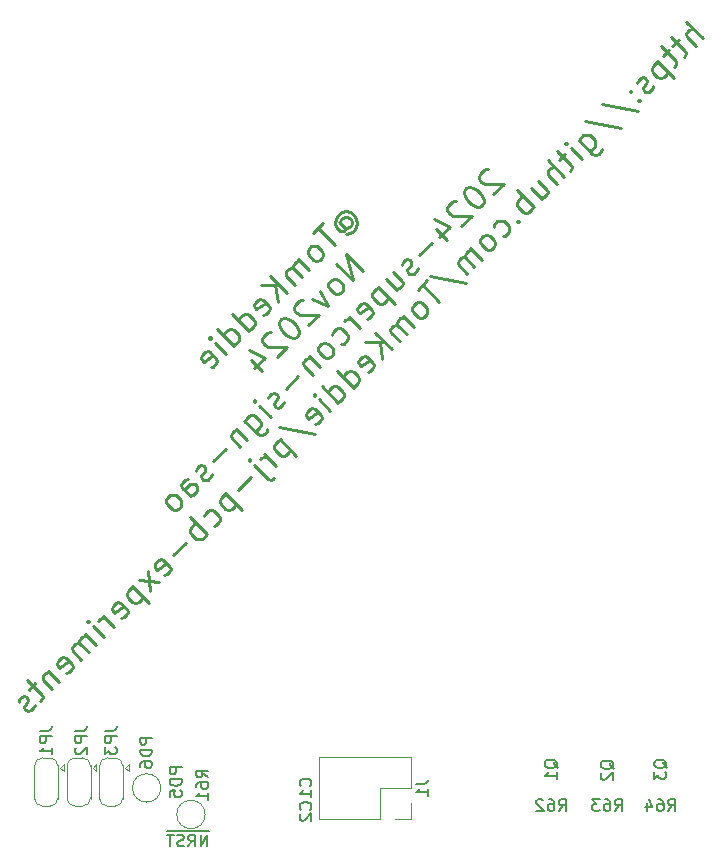
<source format=gbo>
G04 #@! TF.GenerationSoftware,KiCad,Pcbnew,8.0.5-1.fc40*
G04 #@! TF.CreationDate,2024-11-12T17:34:32-08:00*
G04 #@! TF.ProjectId,2024-supercon-sign-sao,32303234-2d73-4757-9065-72636f6e2d73,rev?*
G04 #@! TF.SameCoordinates,Original*
G04 #@! TF.FileFunction,Legend,Bot*
G04 #@! TF.FilePolarity,Positive*
%FSLAX46Y46*%
G04 Gerber Fmt 4.6, Leading zero omitted, Abs format (unit mm)*
G04 Created by KiCad (PCBNEW 8.0.5-1.fc40) date 2024-11-12 17:34:32*
%MOMM*%
%LPD*%
G01*
G04 APERTURE LIST*
%ADD10C,0.250000*%
%ADD11C,0.150000*%
%ADD12C,0.120000*%
G04 APERTURE END LIST*
D10*
X123910216Y-87202598D02*
X123910216Y-87067911D01*
X123910216Y-87067911D02*
X123977560Y-86865881D01*
X123977560Y-86865881D02*
X124112247Y-86731194D01*
X124112247Y-86731194D02*
X124314277Y-86663850D01*
X124314277Y-86663850D02*
X124448964Y-86663850D01*
X124448964Y-86663850D02*
X124650995Y-86731194D01*
X124650995Y-86731194D02*
X124785682Y-86865881D01*
X124785682Y-86865881D02*
X124853025Y-87067911D01*
X124853025Y-87067911D02*
X124853025Y-87202598D01*
X124853025Y-87202598D02*
X124785682Y-87404629D01*
X124785682Y-87404629D02*
X124650995Y-87539316D01*
X124650995Y-87539316D02*
X124448964Y-87606659D01*
X124448964Y-87606659D02*
X124314277Y-87606659D01*
X123775529Y-87067911D02*
X124314277Y-87606659D01*
X124314277Y-87606659D02*
X124314277Y-87741346D01*
X124314277Y-87741346D02*
X124246934Y-87808690D01*
X124246934Y-87808690D02*
X124044903Y-87876033D01*
X124044903Y-87876033D02*
X123842873Y-87808690D01*
X123842873Y-87808690D02*
X123506155Y-87471972D01*
X123506155Y-87471972D02*
X123438812Y-87135255D01*
X123438812Y-87135255D02*
X123506155Y-86798537D01*
X123506155Y-86798537D02*
X123708186Y-86461820D01*
X123708186Y-86461820D02*
X124044903Y-86259789D01*
X124044903Y-86259789D02*
X124381621Y-86192446D01*
X124381621Y-86192446D02*
X124718338Y-86259789D01*
X124718338Y-86259789D02*
X125055056Y-86461820D01*
X125055056Y-86461820D02*
X125257086Y-86798537D01*
X125257086Y-86798537D02*
X125324430Y-87135255D01*
X125324430Y-87135255D02*
X125257086Y-87471972D01*
X125257086Y-87471972D02*
X125055056Y-87808690D01*
X125055056Y-87808690D02*
X124718338Y-88010720D01*
X124718338Y-88010720D02*
X124381621Y-88078064D01*
X122428659Y-87202599D02*
X121620537Y-88010721D01*
X123438811Y-89020873D02*
X122024598Y-87606660D01*
X122361315Y-90098369D02*
X122428658Y-89896339D01*
X122428658Y-89896339D02*
X122428658Y-89761652D01*
X122428658Y-89761652D02*
X122361315Y-89559621D01*
X122361315Y-89559621D02*
X121957254Y-89155560D01*
X121957254Y-89155560D02*
X121755223Y-89088217D01*
X121755223Y-89088217D02*
X121620536Y-89088217D01*
X121620536Y-89088217D02*
X121418506Y-89155560D01*
X121418506Y-89155560D02*
X121216475Y-89357591D01*
X121216475Y-89357591D02*
X121149132Y-89559621D01*
X121149132Y-89559621D02*
X121149132Y-89694308D01*
X121149132Y-89694308D02*
X121216475Y-89896339D01*
X121216475Y-89896339D02*
X121620536Y-90300400D01*
X121620536Y-90300400D02*
X121822567Y-90367744D01*
X121822567Y-90367744D02*
X121957254Y-90367744D01*
X121957254Y-90367744D02*
X122159284Y-90300400D01*
X122159284Y-90300400D02*
X122361315Y-90098369D01*
X121283819Y-91175866D02*
X120341010Y-90233057D01*
X120475697Y-90367744D02*
X120341010Y-90367744D01*
X120341010Y-90367744D02*
X120138979Y-90435087D01*
X120138979Y-90435087D02*
X119936949Y-90637118D01*
X119936949Y-90637118D02*
X119869605Y-90839148D01*
X119869605Y-90839148D02*
X119936949Y-91041179D01*
X119936949Y-91041179D02*
X120677727Y-91781957D01*
X119936949Y-91041179D02*
X119734918Y-90973835D01*
X119734918Y-90973835D02*
X119532888Y-91041179D01*
X119532888Y-91041179D02*
X119330857Y-91243209D01*
X119330857Y-91243209D02*
X119263514Y-91445240D01*
X119263514Y-91445240D02*
X119330857Y-91647270D01*
X119330857Y-91647270D02*
X120071636Y-92388049D01*
X119398200Y-93061484D02*
X117983987Y-91647270D01*
X118590078Y-93869606D02*
X118388048Y-92455392D01*
X117175865Y-92455392D02*
X118792109Y-92455392D01*
X117377895Y-94947102D02*
X117579926Y-94879759D01*
X117579926Y-94879759D02*
X117849300Y-94610385D01*
X117849300Y-94610385D02*
X117916643Y-94408354D01*
X117916643Y-94408354D02*
X117849300Y-94206324D01*
X117849300Y-94206324D02*
X117310552Y-93667576D01*
X117310552Y-93667576D02*
X117108521Y-93600232D01*
X117108521Y-93600232D02*
X116906491Y-93667576D01*
X116906491Y-93667576D02*
X116637117Y-93936950D01*
X116637117Y-93936950D02*
X116569773Y-94138980D01*
X116569773Y-94138980D02*
X116637117Y-94341011D01*
X116637117Y-94341011D02*
X116771804Y-94475698D01*
X116771804Y-94475698D02*
X117579926Y-93936950D01*
X116165712Y-96293972D02*
X114751499Y-94879759D01*
X116098369Y-96226629D02*
X116300399Y-96159285D01*
X116300399Y-96159285D02*
X116569773Y-95889911D01*
X116569773Y-95889911D02*
X116637117Y-95687881D01*
X116637117Y-95687881D02*
X116637117Y-95553194D01*
X116637117Y-95553194D02*
X116569773Y-95351163D01*
X116569773Y-95351163D02*
X116165712Y-94947102D01*
X116165712Y-94947102D02*
X115963682Y-94879759D01*
X115963682Y-94879759D02*
X115828995Y-94879759D01*
X115828995Y-94879759D02*
X115626964Y-94947102D01*
X115626964Y-94947102D02*
X115357590Y-95216476D01*
X115357590Y-95216476D02*
X115290247Y-95418507D01*
X114886185Y-97573499D02*
X113471972Y-96159285D01*
X114818842Y-97506156D02*
X115020872Y-97438812D01*
X115020872Y-97438812D02*
X115290246Y-97169438D01*
X115290246Y-97169438D02*
X115357590Y-96967407D01*
X115357590Y-96967407D02*
X115357590Y-96832720D01*
X115357590Y-96832720D02*
X115290246Y-96630690D01*
X115290246Y-96630690D02*
X114886185Y-96226629D01*
X114886185Y-96226629D02*
X114684155Y-96159285D01*
X114684155Y-96159285D02*
X114549468Y-96159285D01*
X114549468Y-96159285D02*
X114347437Y-96226629D01*
X114347437Y-96226629D02*
X114078063Y-96496003D01*
X114078063Y-96496003D02*
X114010720Y-96698033D01*
X114212750Y-98246934D02*
X113269941Y-97304125D01*
X112798537Y-96832721D02*
X112933224Y-96832721D01*
X112933224Y-96832721D02*
X112933224Y-96967408D01*
X112933224Y-96967408D02*
X112798537Y-96967408D01*
X112798537Y-96967408D02*
X112798537Y-96832721D01*
X112798537Y-96832721D02*
X112933224Y-96967408D01*
X112933224Y-99391774D02*
X113135254Y-99324430D01*
X113135254Y-99324430D02*
X113404628Y-99055056D01*
X113404628Y-99055056D02*
X113471972Y-98853026D01*
X113471972Y-98853026D02*
X113404628Y-98650995D01*
X113404628Y-98650995D02*
X112865880Y-98112247D01*
X112865880Y-98112247D02*
X112663850Y-98044904D01*
X112663850Y-98044904D02*
X112461819Y-98112247D01*
X112461819Y-98112247D02*
X112192445Y-98381621D01*
X112192445Y-98381621D02*
X112125102Y-98583652D01*
X112125102Y-98583652D02*
X112192445Y-98785682D01*
X112192445Y-98785682D02*
X112327132Y-98920369D01*
X112327132Y-98920369D02*
X113135254Y-98381621D01*
X125782960Y-91230334D02*
X124368746Y-89816121D01*
X124368746Y-89816121D02*
X124974838Y-92038457D01*
X124974838Y-92038457D02*
X123560624Y-90624243D01*
X124099373Y-92913922D02*
X124166716Y-92711891D01*
X124166716Y-92711891D02*
X124166716Y-92577204D01*
X124166716Y-92577204D02*
X124099373Y-92375174D01*
X124099373Y-92375174D02*
X123695311Y-91971113D01*
X123695311Y-91971113D02*
X123493281Y-91903769D01*
X123493281Y-91903769D02*
X123358594Y-91903769D01*
X123358594Y-91903769D02*
X123156563Y-91971113D01*
X123156563Y-91971113D02*
X122954533Y-92173143D01*
X122954533Y-92173143D02*
X122887189Y-92375174D01*
X122887189Y-92375174D02*
X122887189Y-92509861D01*
X122887189Y-92509861D02*
X122954533Y-92711891D01*
X122954533Y-92711891D02*
X123358594Y-93115952D01*
X123358594Y-93115952D02*
X123560624Y-93183296D01*
X123560624Y-93183296D02*
X123695311Y-93183296D01*
X123695311Y-93183296D02*
X123897342Y-93115952D01*
X123897342Y-93115952D02*
X124099373Y-92913922D01*
X122213754Y-92913922D02*
X122819846Y-94193449D01*
X122819846Y-94193449D02*
X121540319Y-93587357D01*
X120732197Y-93722044D02*
X120597510Y-93722044D01*
X120597510Y-93722044D02*
X120395479Y-93789388D01*
X120395479Y-93789388D02*
X120058762Y-94126105D01*
X120058762Y-94126105D02*
X119991418Y-94328136D01*
X119991418Y-94328136D02*
X119991418Y-94462823D01*
X119991418Y-94462823D02*
X120058762Y-94664854D01*
X120058762Y-94664854D02*
X120193449Y-94799541D01*
X120193449Y-94799541D02*
X120462823Y-94934228D01*
X120462823Y-94934228D02*
X122079067Y-94934228D01*
X122079067Y-94934228D02*
X121203601Y-95809693D01*
X118913922Y-95270945D02*
X118779235Y-95405632D01*
X118779235Y-95405632D02*
X118711892Y-95607663D01*
X118711892Y-95607663D02*
X118711892Y-95742350D01*
X118711892Y-95742350D02*
X118779235Y-95944380D01*
X118779235Y-95944380D02*
X118981266Y-96281098D01*
X118981266Y-96281098D02*
X119317983Y-96617815D01*
X119317983Y-96617815D02*
X119654701Y-96819846D01*
X119654701Y-96819846D02*
X119856731Y-96887189D01*
X119856731Y-96887189D02*
X119991418Y-96887189D01*
X119991418Y-96887189D02*
X120193449Y-96819846D01*
X120193449Y-96819846D02*
X120328136Y-96685159D01*
X120328136Y-96685159D02*
X120395479Y-96483128D01*
X120395479Y-96483128D02*
X120395479Y-96348441D01*
X120395479Y-96348441D02*
X120328136Y-96146411D01*
X120328136Y-96146411D02*
X120126105Y-95809693D01*
X120126105Y-95809693D02*
X119789388Y-95472976D01*
X119789388Y-95472976D02*
X119452670Y-95270945D01*
X119452670Y-95270945D02*
X119250640Y-95203602D01*
X119250640Y-95203602D02*
X119115953Y-95203602D01*
X119115953Y-95203602D02*
X118913922Y-95270945D01*
X118038457Y-96415785D02*
X117903770Y-96415785D01*
X117903770Y-96415785D02*
X117701739Y-96483128D01*
X117701739Y-96483128D02*
X117365022Y-96819846D01*
X117365022Y-96819846D02*
X117297678Y-97021876D01*
X117297678Y-97021876D02*
X117297678Y-97156563D01*
X117297678Y-97156563D02*
X117365022Y-97358594D01*
X117365022Y-97358594D02*
X117499709Y-97493281D01*
X117499709Y-97493281D02*
X117769083Y-97627968D01*
X117769083Y-97627968D02*
X119385327Y-97627968D01*
X119385327Y-97627968D02*
X118509861Y-98503433D01*
X116354869Y-98772807D02*
X117297678Y-99715616D01*
X116152838Y-97897342D02*
X117499709Y-98570777D01*
X117499709Y-98570777D02*
X116624243Y-99446242D01*
X136376688Y-82631163D02*
X136242001Y-82631163D01*
X136242001Y-82631163D02*
X136039970Y-82698507D01*
X136039970Y-82698507D02*
X135703253Y-83035224D01*
X135703253Y-83035224D02*
X135635909Y-83237255D01*
X135635909Y-83237255D02*
X135635909Y-83371942D01*
X135635909Y-83371942D02*
X135703253Y-83573972D01*
X135703253Y-83573972D02*
X135837940Y-83708659D01*
X135837940Y-83708659D02*
X136107314Y-83843346D01*
X136107314Y-83843346D02*
X137723558Y-83843346D01*
X137723558Y-83843346D02*
X136848093Y-84718812D01*
X134558413Y-84180064D02*
X134423726Y-84314751D01*
X134423726Y-84314751D02*
X134356383Y-84516782D01*
X134356383Y-84516782D02*
X134356383Y-84651469D01*
X134356383Y-84651469D02*
X134423726Y-84853499D01*
X134423726Y-84853499D02*
X134625757Y-85190217D01*
X134625757Y-85190217D02*
X134962474Y-85526934D01*
X134962474Y-85526934D02*
X135299192Y-85728965D01*
X135299192Y-85728965D02*
X135501222Y-85796308D01*
X135501222Y-85796308D02*
X135635909Y-85796308D01*
X135635909Y-85796308D02*
X135837940Y-85728965D01*
X135837940Y-85728965D02*
X135972627Y-85594278D01*
X135972627Y-85594278D02*
X136039970Y-85392247D01*
X136039970Y-85392247D02*
X136039970Y-85257560D01*
X136039970Y-85257560D02*
X135972627Y-85055530D01*
X135972627Y-85055530D02*
X135770596Y-84718812D01*
X135770596Y-84718812D02*
X135433879Y-84382095D01*
X135433879Y-84382095D02*
X135097161Y-84180064D01*
X135097161Y-84180064D02*
X134895131Y-84112721D01*
X134895131Y-84112721D02*
X134760444Y-84112721D01*
X134760444Y-84112721D02*
X134558413Y-84180064D01*
X133682948Y-85324904D02*
X133548261Y-85324904D01*
X133548261Y-85324904D02*
X133346230Y-85392247D01*
X133346230Y-85392247D02*
X133009513Y-85728965D01*
X133009513Y-85728965D02*
X132942169Y-85930995D01*
X132942169Y-85930995D02*
X132942169Y-86065682D01*
X132942169Y-86065682D02*
X133009513Y-86267713D01*
X133009513Y-86267713D02*
X133144200Y-86402400D01*
X133144200Y-86402400D02*
X133413574Y-86537087D01*
X133413574Y-86537087D02*
X135029818Y-86537087D01*
X135029818Y-86537087D02*
X134154352Y-87412552D01*
X131999360Y-87681926D02*
X132942169Y-88624735D01*
X131797330Y-86806461D02*
X133144200Y-87479896D01*
X133144200Y-87479896D02*
X132268734Y-88355361D01*
X131662643Y-88826766D02*
X130585146Y-89904262D01*
X130450460Y-90981758D02*
X130383116Y-91183788D01*
X130383116Y-91183788D02*
X130113742Y-91453162D01*
X130113742Y-91453162D02*
X129911712Y-91520506D01*
X129911712Y-91520506D02*
X129709681Y-91453162D01*
X129709681Y-91453162D02*
X129642338Y-91385819D01*
X129642338Y-91385819D02*
X129574994Y-91183788D01*
X129574994Y-91183788D02*
X129642338Y-90981758D01*
X129642338Y-90981758D02*
X129844368Y-90779727D01*
X129844368Y-90779727D02*
X129911712Y-90577697D01*
X129911712Y-90577697D02*
X129844368Y-90375666D01*
X129844368Y-90375666D02*
X129777025Y-90308323D01*
X129777025Y-90308323D02*
X129574994Y-90240979D01*
X129574994Y-90240979D02*
X129372964Y-90308323D01*
X129372964Y-90308323D02*
X129170933Y-90510353D01*
X129170933Y-90510353D02*
X129103590Y-90712384D01*
X127756719Y-91924567D02*
X128699528Y-92867376D01*
X128362811Y-91318475D02*
X129103589Y-92059254D01*
X129103589Y-92059254D02*
X129170933Y-92261284D01*
X129170933Y-92261284D02*
X129103589Y-92463315D01*
X129103589Y-92463315D02*
X128901559Y-92665346D01*
X128901559Y-92665346D02*
X128699528Y-92732689D01*
X128699528Y-92732689D02*
X128564841Y-92732689D01*
X127083284Y-92598002D02*
X128497498Y-94012216D01*
X127150628Y-92665346D02*
X126948597Y-92732689D01*
X126948597Y-92732689D02*
X126679223Y-93002063D01*
X126679223Y-93002063D02*
X126611880Y-93204094D01*
X126611880Y-93204094D02*
X126611880Y-93338781D01*
X126611880Y-93338781D02*
X126679223Y-93540811D01*
X126679223Y-93540811D02*
X127083284Y-93944872D01*
X127083284Y-93944872D02*
X127285315Y-94012216D01*
X127285315Y-94012216D02*
X127420002Y-94012216D01*
X127420002Y-94012216D02*
X127622032Y-93944872D01*
X127622032Y-93944872D02*
X127891406Y-93675498D01*
X127891406Y-93675498D02*
X127958750Y-93473468D01*
X126140475Y-95291742D02*
X126342506Y-95224399D01*
X126342506Y-95224399D02*
X126611880Y-94955025D01*
X126611880Y-94955025D02*
X126679223Y-94752994D01*
X126679223Y-94752994D02*
X126611880Y-94550964D01*
X126611880Y-94550964D02*
X126073132Y-94012216D01*
X126073132Y-94012216D02*
X125871101Y-93944872D01*
X125871101Y-93944872D02*
X125669071Y-94012216D01*
X125669071Y-94012216D02*
X125399697Y-94281590D01*
X125399697Y-94281590D02*
X125332353Y-94483620D01*
X125332353Y-94483620D02*
X125399697Y-94685651D01*
X125399697Y-94685651D02*
X125534384Y-94820338D01*
X125534384Y-94820338D02*
X126342506Y-94281590D01*
X125534383Y-96032521D02*
X124591574Y-95089712D01*
X124860948Y-95359086D02*
X124658918Y-95291743D01*
X124658918Y-95291743D02*
X124524231Y-95291743D01*
X124524231Y-95291743D02*
X124322200Y-95359086D01*
X124322200Y-95359086D02*
X124187513Y-95493773D01*
X123985483Y-97446735D02*
X124187513Y-97379391D01*
X124187513Y-97379391D02*
X124456887Y-97110017D01*
X124456887Y-97110017D02*
X124524231Y-96907987D01*
X124524231Y-96907987D02*
X124524231Y-96773299D01*
X124524231Y-96773299D02*
X124456887Y-96571269D01*
X124456887Y-96571269D02*
X124052826Y-96167208D01*
X124052826Y-96167208D02*
X123850796Y-96099864D01*
X123850796Y-96099864D02*
X123716109Y-96099864D01*
X123716109Y-96099864D02*
X123514078Y-96167208D01*
X123514078Y-96167208D02*
X123244704Y-96436582D01*
X123244704Y-96436582D02*
X123177361Y-96638612D01*
X123244704Y-98322200D02*
X123312048Y-98120170D01*
X123312048Y-98120170D02*
X123312048Y-97985483D01*
X123312048Y-97985483D02*
X123244704Y-97783452D01*
X123244704Y-97783452D02*
X122840643Y-97379391D01*
X122840643Y-97379391D02*
X122638613Y-97312048D01*
X122638613Y-97312048D02*
X122503926Y-97312048D01*
X122503926Y-97312048D02*
X122301895Y-97379391D01*
X122301895Y-97379391D02*
X122099865Y-97581422D01*
X122099865Y-97581422D02*
X122032521Y-97783452D01*
X122032521Y-97783452D02*
X122032521Y-97918139D01*
X122032521Y-97918139D02*
X122099865Y-98120170D01*
X122099865Y-98120170D02*
X122503926Y-98524231D01*
X122503926Y-98524231D02*
X122705956Y-98591574D01*
X122705956Y-98591574D02*
X122840643Y-98591574D01*
X122840643Y-98591574D02*
X123042674Y-98524231D01*
X123042674Y-98524231D02*
X123244704Y-98322200D01*
X121224399Y-98456887D02*
X122167208Y-99399696D01*
X121359086Y-98591574D02*
X121224399Y-98591574D01*
X121224399Y-98591574D02*
X121022368Y-98658918D01*
X121022368Y-98658918D02*
X120820338Y-98860948D01*
X120820338Y-98860948D02*
X120752994Y-99062979D01*
X120752994Y-99062979D02*
X120820338Y-99265009D01*
X120820338Y-99265009D02*
X121561117Y-100005788D01*
X120348933Y-100140475D02*
X119271437Y-101217971D01*
X119136751Y-102295467D02*
X119069407Y-102497497D01*
X119069407Y-102497497D02*
X118800033Y-102766871D01*
X118800033Y-102766871D02*
X118598003Y-102834215D01*
X118598003Y-102834215D02*
X118395972Y-102766871D01*
X118395972Y-102766871D02*
X118328629Y-102699528D01*
X118328629Y-102699528D02*
X118261285Y-102497497D01*
X118261285Y-102497497D02*
X118328629Y-102295467D01*
X118328629Y-102295467D02*
X118530659Y-102093436D01*
X118530659Y-102093436D02*
X118598003Y-101891406D01*
X118598003Y-101891406D02*
X118530659Y-101689375D01*
X118530659Y-101689375D02*
X118463316Y-101622032D01*
X118463316Y-101622032D02*
X118261285Y-101554688D01*
X118261285Y-101554688D02*
X118059255Y-101622032D01*
X118059255Y-101622032D02*
X117857224Y-101824062D01*
X117857224Y-101824062D02*
X117789881Y-102026093D01*
X117991911Y-103574994D02*
X117049102Y-102632185D01*
X116577697Y-102160780D02*
X116712384Y-102160780D01*
X116712384Y-102160780D02*
X116712384Y-102295467D01*
X116712384Y-102295467D02*
X116577697Y-102295467D01*
X116577697Y-102295467D02*
X116577697Y-102160780D01*
X116577697Y-102160780D02*
X116712384Y-102295467D01*
X115769575Y-103911711D02*
X116914415Y-105056551D01*
X116914415Y-105056551D02*
X117116445Y-105123894D01*
X117116445Y-105123894D02*
X117251132Y-105123894D01*
X117251132Y-105123894D02*
X117453163Y-105056551D01*
X117453163Y-105056551D02*
X117655193Y-104854520D01*
X117655193Y-104854520D02*
X117722537Y-104652490D01*
X116645041Y-104787177D02*
X116847071Y-104719833D01*
X116847071Y-104719833D02*
X117116445Y-104450459D01*
X117116445Y-104450459D02*
X117183789Y-104248429D01*
X117183789Y-104248429D02*
X117183789Y-104113742D01*
X117183789Y-104113742D02*
X117116445Y-103911711D01*
X117116445Y-103911711D02*
X116712384Y-103507650D01*
X116712384Y-103507650D02*
X116510354Y-103440307D01*
X116510354Y-103440307D02*
X116375667Y-103440307D01*
X116375667Y-103440307D02*
X116173636Y-103507650D01*
X116173636Y-103507650D02*
X115904262Y-103777024D01*
X115904262Y-103777024D02*
X115836919Y-103979055D01*
X115096140Y-104585146D02*
X116038949Y-105527955D01*
X115230827Y-104719833D02*
X115096140Y-104719833D01*
X115096140Y-104719833D02*
X114894109Y-104787177D01*
X114894109Y-104787177D02*
X114692079Y-104989207D01*
X114692079Y-104989207D02*
X114624735Y-105191238D01*
X114624735Y-105191238D02*
X114692079Y-105393268D01*
X114692079Y-105393268D02*
X115432858Y-106134047D01*
X114220674Y-106268734D02*
X113143178Y-107346230D01*
X113008492Y-108423726D02*
X112941148Y-108625756D01*
X112941148Y-108625756D02*
X112671774Y-108895130D01*
X112671774Y-108895130D02*
X112469744Y-108962474D01*
X112469744Y-108962474D02*
X112267713Y-108895130D01*
X112267713Y-108895130D02*
X112200370Y-108827787D01*
X112200370Y-108827787D02*
X112133026Y-108625756D01*
X112133026Y-108625756D02*
X112200370Y-108423726D01*
X112200370Y-108423726D02*
X112402400Y-108221695D01*
X112402400Y-108221695D02*
X112469744Y-108019665D01*
X112469744Y-108019665D02*
X112402400Y-107817634D01*
X112402400Y-107817634D02*
X112335057Y-107750291D01*
X112335057Y-107750291D02*
X112133026Y-107682947D01*
X112133026Y-107682947D02*
X111930996Y-107750291D01*
X111930996Y-107750291D02*
X111728965Y-107952321D01*
X111728965Y-107952321D02*
X111661622Y-108154352D01*
X111257560Y-110309344D02*
X110516782Y-109568566D01*
X110516782Y-109568566D02*
X110449438Y-109366535D01*
X110449438Y-109366535D02*
X110516782Y-109164505D01*
X110516782Y-109164505D02*
X110786156Y-108895131D01*
X110786156Y-108895131D02*
X110988186Y-108827787D01*
X111190217Y-110242001D02*
X111392247Y-110174657D01*
X111392247Y-110174657D02*
X111728965Y-109837940D01*
X111728965Y-109837940D02*
X111796308Y-109635909D01*
X111796308Y-109635909D02*
X111728965Y-109433879D01*
X111728965Y-109433879D02*
X111594278Y-109299192D01*
X111594278Y-109299192D02*
X111392247Y-109231848D01*
X111392247Y-109231848D02*
X111190217Y-109299192D01*
X111190217Y-109299192D02*
X110853499Y-109635909D01*
X110853499Y-109635909D02*
X110651469Y-109703253D01*
X110382095Y-111184810D02*
X110449438Y-110982779D01*
X110449438Y-110982779D02*
X110449438Y-110848092D01*
X110449438Y-110848092D02*
X110382095Y-110646062D01*
X110382095Y-110646062D02*
X109978034Y-110242001D01*
X109978034Y-110242001D02*
X109776003Y-110174657D01*
X109776003Y-110174657D02*
X109641316Y-110174657D01*
X109641316Y-110174657D02*
X109439286Y-110242001D01*
X109439286Y-110242001D02*
X109237255Y-110444031D01*
X109237255Y-110444031D02*
X109169912Y-110646062D01*
X109169912Y-110646062D02*
X109169912Y-110780749D01*
X109169912Y-110780749D02*
X109237255Y-110982779D01*
X109237255Y-110982779D02*
X109641316Y-111386840D01*
X109641316Y-111386840D02*
X109843347Y-111454184D01*
X109843347Y-111454184D02*
X109978034Y-111454184D01*
X109978034Y-111454184D02*
X110180064Y-111386840D01*
X110180064Y-111386840D02*
X110382095Y-111184810D01*
X154580232Y-71540282D02*
X153166019Y-70126069D01*
X153974141Y-72146374D02*
X153233362Y-71405595D01*
X153233362Y-71405595D02*
X153166019Y-71203565D01*
X153166019Y-71203565D02*
X153233362Y-71001534D01*
X153233362Y-71001534D02*
X153435393Y-70799504D01*
X153435393Y-70799504D02*
X153637423Y-70732160D01*
X153637423Y-70732160D02*
X153772110Y-70732160D01*
X152559927Y-71674969D02*
X152021179Y-72213717D01*
X151886492Y-71405595D02*
X153098675Y-72617778D01*
X153098675Y-72617778D02*
X153166019Y-72819809D01*
X153166019Y-72819809D02*
X153098675Y-73021839D01*
X153098675Y-73021839D02*
X152963988Y-73156526D01*
X151751805Y-72483091D02*
X151213057Y-73021839D01*
X151078370Y-72213717D02*
X152290553Y-73425900D01*
X152290553Y-73425900D02*
X152357897Y-73627931D01*
X152357897Y-73627931D02*
X152290553Y-73829961D01*
X152290553Y-73829961D02*
X152155866Y-73964648D01*
X150741653Y-73493244D02*
X152155866Y-74907457D01*
X150808996Y-73560587D02*
X150606966Y-73627931D01*
X150606966Y-73627931D02*
X150337592Y-73897305D01*
X150337592Y-73897305D02*
X150270248Y-74099335D01*
X150270248Y-74099335D02*
X150270248Y-74234022D01*
X150270248Y-74234022D02*
X150337592Y-74436053D01*
X150337592Y-74436053D02*
X150741653Y-74840114D01*
X150741653Y-74840114D02*
X150943683Y-74907457D01*
X150943683Y-74907457D02*
X151078370Y-74907457D01*
X151078370Y-74907457D02*
X151280401Y-74840114D01*
X151280401Y-74840114D02*
X151549775Y-74570740D01*
X151549775Y-74570740D02*
X151617118Y-74368709D01*
X150404935Y-75580892D02*
X150337592Y-75782923D01*
X150337592Y-75782923D02*
X150068218Y-76052297D01*
X150068218Y-76052297D02*
X149866187Y-76119640D01*
X149866187Y-76119640D02*
X149664157Y-76052297D01*
X149664157Y-76052297D02*
X149596813Y-75984953D01*
X149596813Y-75984953D02*
X149529470Y-75782923D01*
X149529470Y-75782923D02*
X149596813Y-75580892D01*
X149596813Y-75580892D02*
X149798844Y-75378862D01*
X149798844Y-75378862D02*
X149866187Y-75176831D01*
X149866187Y-75176831D02*
X149798844Y-74974801D01*
X149798844Y-74974801D02*
X149731500Y-74907457D01*
X149731500Y-74907457D02*
X149529470Y-74840114D01*
X149529470Y-74840114D02*
X149327439Y-74907457D01*
X149327439Y-74907457D02*
X149125408Y-75109488D01*
X149125408Y-75109488D02*
X149058065Y-75311518D01*
X149125408Y-76725732D02*
X149125408Y-76860419D01*
X149125408Y-76860419D02*
X149260095Y-76860419D01*
X149260095Y-76860419D02*
X149260095Y-76725732D01*
X149260095Y-76725732D02*
X149125408Y-76725732D01*
X149125408Y-76725732D02*
X149260095Y-76860419D01*
X148384630Y-75984954D02*
X148384630Y-76119641D01*
X148384630Y-76119641D02*
X148519317Y-76119641D01*
X148519317Y-76119641D02*
X148519317Y-75984954D01*
X148519317Y-75984954D02*
X148384630Y-75984954D01*
X148384630Y-75984954D02*
X148519317Y-76119641D01*
X146094951Y-77062450D02*
X149125408Y-77668541D01*
X144613394Y-78544007D02*
X147643851Y-79150098D01*
X144074646Y-80160251D02*
X145219485Y-81305090D01*
X145219485Y-81305090D02*
X145421516Y-81372434D01*
X145421516Y-81372434D02*
X145556203Y-81372434D01*
X145556203Y-81372434D02*
X145758233Y-81305090D01*
X145758233Y-81305090D02*
X145960264Y-81103060D01*
X145960264Y-81103060D02*
X146027607Y-80901029D01*
X144950111Y-81035716D02*
X145152142Y-80968373D01*
X145152142Y-80968373D02*
X145421516Y-80698999D01*
X145421516Y-80698999D02*
X145488859Y-80496968D01*
X145488859Y-80496968D02*
X145488859Y-80362281D01*
X145488859Y-80362281D02*
X145421516Y-80160251D01*
X145421516Y-80160251D02*
X145017455Y-79756190D01*
X145017455Y-79756190D02*
X144815424Y-79688846D01*
X144815424Y-79688846D02*
X144680737Y-79688846D01*
X144680737Y-79688846D02*
X144478707Y-79756190D01*
X144478707Y-79756190D02*
X144209333Y-80025564D01*
X144209333Y-80025564D02*
X144141989Y-80227594D01*
X144344019Y-81776495D02*
X143401210Y-80833686D01*
X142929806Y-80362281D02*
X143064493Y-80362281D01*
X143064493Y-80362281D02*
X143064493Y-80496968D01*
X143064493Y-80496968D02*
X142929806Y-80496968D01*
X142929806Y-80496968D02*
X142929806Y-80362281D01*
X142929806Y-80362281D02*
X143064493Y-80496968D01*
X142929806Y-81305091D02*
X142391058Y-81843839D01*
X142256371Y-81035717D02*
X143468554Y-82247900D01*
X143468554Y-82247900D02*
X143535897Y-82449930D01*
X143535897Y-82449930D02*
X143468554Y-82651961D01*
X143468554Y-82651961D02*
X143333867Y-82786648D01*
X142862462Y-83258052D02*
X141448249Y-81843838D01*
X142256371Y-83864144D02*
X141515592Y-83123365D01*
X141515592Y-83123365D02*
X141448249Y-82921334D01*
X141448249Y-82921334D02*
X141515592Y-82719304D01*
X141515592Y-82719304D02*
X141717623Y-82517273D01*
X141717623Y-82517273D02*
X141919653Y-82449930D01*
X141919653Y-82449930D02*
X142054340Y-82449930D01*
X140034035Y-84200861D02*
X140976844Y-85143670D01*
X140640127Y-83594770D02*
X141380905Y-84335548D01*
X141380905Y-84335548D02*
X141448249Y-84537579D01*
X141448249Y-84537579D02*
X141380905Y-84739609D01*
X141380905Y-84739609D02*
X141178875Y-84941640D01*
X141178875Y-84941640D02*
X140976844Y-85008983D01*
X140976844Y-85008983D02*
X140842157Y-85008983D01*
X140303409Y-85817105D02*
X138889196Y-84402892D01*
X139427944Y-84941640D02*
X139225913Y-85008983D01*
X139225913Y-85008983D02*
X138956539Y-85278357D01*
X138956539Y-85278357D02*
X138889196Y-85480388D01*
X138889196Y-85480388D02*
X138889196Y-85615075D01*
X138889196Y-85615075D02*
X138956539Y-85817105D01*
X138956539Y-85817105D02*
X139360600Y-86221166D01*
X139360600Y-86221166D02*
X139562631Y-86288510D01*
X139562631Y-86288510D02*
X139697318Y-86288510D01*
X139697318Y-86288510D02*
X139899348Y-86221166D01*
X139899348Y-86221166D02*
X140168722Y-85951792D01*
X140168722Y-85951792D02*
X140236066Y-85749762D01*
X138889195Y-86961945D02*
X138889195Y-87096632D01*
X138889195Y-87096632D02*
X139023882Y-87096632D01*
X139023882Y-87096632D02*
X139023882Y-86961945D01*
X139023882Y-86961945D02*
X138889195Y-86961945D01*
X138889195Y-86961945D02*
X139023882Y-87096632D01*
X137677012Y-88308815D02*
X137879043Y-88241472D01*
X137879043Y-88241472D02*
X138148417Y-87972098D01*
X138148417Y-87972098D02*
X138215760Y-87770067D01*
X138215760Y-87770067D02*
X138215760Y-87635380D01*
X138215760Y-87635380D02*
X138148417Y-87433350D01*
X138148417Y-87433350D02*
X137744356Y-87029289D01*
X137744356Y-87029289D02*
X137542325Y-86961945D01*
X137542325Y-86961945D02*
X137407638Y-86961945D01*
X137407638Y-86961945D02*
X137205608Y-87029289D01*
X137205608Y-87029289D02*
X136936234Y-87298663D01*
X136936234Y-87298663D02*
X136868890Y-87500693D01*
X136936234Y-89184281D02*
X137003577Y-88982250D01*
X137003577Y-88982250D02*
X137003577Y-88847563D01*
X137003577Y-88847563D02*
X136936234Y-88645533D01*
X136936234Y-88645533D02*
X136532173Y-88241472D01*
X136532173Y-88241472D02*
X136330142Y-88174128D01*
X136330142Y-88174128D02*
X136195455Y-88174128D01*
X136195455Y-88174128D02*
X135993425Y-88241472D01*
X135993425Y-88241472D02*
X135791394Y-88443502D01*
X135791394Y-88443502D02*
X135724051Y-88645533D01*
X135724051Y-88645533D02*
X135724051Y-88780220D01*
X135724051Y-88780220D02*
X135791394Y-88982250D01*
X135791394Y-88982250D02*
X136195455Y-89386311D01*
X136195455Y-89386311D02*
X136397486Y-89453655D01*
X136397486Y-89453655D02*
X136532173Y-89453655D01*
X136532173Y-89453655D02*
X136734203Y-89386311D01*
X136734203Y-89386311D02*
X136936234Y-89184281D01*
X135858737Y-90261777D02*
X134915928Y-89318968D01*
X135050615Y-89453655D02*
X134915928Y-89453655D01*
X134915928Y-89453655D02*
X134713898Y-89520999D01*
X134713898Y-89520999D02*
X134511867Y-89723029D01*
X134511867Y-89723029D02*
X134444524Y-89925060D01*
X134444524Y-89925060D02*
X134511867Y-90127090D01*
X134511867Y-90127090D02*
X135252646Y-90867869D01*
X134511867Y-90127090D02*
X134309837Y-90059747D01*
X134309837Y-90059747D02*
X134107806Y-90127090D01*
X134107806Y-90127090D02*
X133905776Y-90329121D01*
X133905776Y-90329121D02*
X133838432Y-90531151D01*
X133838432Y-90531151D02*
X133905776Y-90733182D01*
X133905776Y-90733182D02*
X134646554Y-91473960D01*
X131481409Y-91675991D02*
X134511867Y-92282082D01*
X131279379Y-92012708D02*
X130471257Y-92820830D01*
X132289532Y-93830983D02*
X130875318Y-92416769D01*
X131212035Y-94908479D02*
X131279379Y-94706449D01*
X131279379Y-94706449D02*
X131279379Y-94571762D01*
X131279379Y-94571762D02*
X131212035Y-94369731D01*
X131212035Y-94369731D02*
X130807974Y-93965670D01*
X130807974Y-93965670D02*
X130605944Y-93898327D01*
X130605944Y-93898327D02*
X130471257Y-93898327D01*
X130471257Y-93898327D02*
X130269226Y-93965670D01*
X130269226Y-93965670D02*
X130067196Y-94167701D01*
X130067196Y-94167701D02*
X129999852Y-94369731D01*
X129999852Y-94369731D02*
X129999852Y-94504418D01*
X129999852Y-94504418D02*
X130067196Y-94706449D01*
X130067196Y-94706449D02*
X130471257Y-95110510D01*
X130471257Y-95110510D02*
X130673287Y-95177853D01*
X130673287Y-95177853D02*
X130807974Y-95177853D01*
X130807974Y-95177853D02*
X131010005Y-95110510D01*
X131010005Y-95110510D02*
X131212035Y-94908479D01*
X130134539Y-95985975D02*
X129191730Y-95043166D01*
X129326417Y-95177853D02*
X129191730Y-95177853D01*
X129191730Y-95177853D02*
X128989699Y-95245197D01*
X128989699Y-95245197D02*
X128787669Y-95447227D01*
X128787669Y-95447227D02*
X128720325Y-95649258D01*
X128720325Y-95649258D02*
X128787669Y-95851288D01*
X128787669Y-95851288D02*
X129528447Y-96592067D01*
X128787669Y-95851288D02*
X128585638Y-95783945D01*
X128585638Y-95783945D02*
X128383608Y-95851288D01*
X128383608Y-95851288D02*
X128181577Y-96053319D01*
X128181577Y-96053319D02*
X128114234Y-96255349D01*
X128114234Y-96255349D02*
X128181577Y-96457380D01*
X128181577Y-96457380D02*
X128922356Y-97198159D01*
X128248921Y-97871594D02*
X126834707Y-96457380D01*
X127440799Y-98679716D02*
X127238768Y-97265502D01*
X126026585Y-97265502D02*
X127642829Y-97265502D01*
X126228616Y-99757212D02*
X126430646Y-99689868D01*
X126430646Y-99689868D02*
X126700020Y-99420494D01*
X126700020Y-99420494D02*
X126767364Y-99218464D01*
X126767364Y-99218464D02*
X126700020Y-99016433D01*
X126700020Y-99016433D02*
X126161272Y-98477685D01*
X126161272Y-98477685D02*
X125959242Y-98410342D01*
X125959242Y-98410342D02*
X125757211Y-98477685D01*
X125757211Y-98477685D02*
X125487837Y-98747059D01*
X125487837Y-98747059D02*
X125420494Y-98949090D01*
X125420494Y-98949090D02*
X125487837Y-99151120D01*
X125487837Y-99151120D02*
X125622524Y-99285807D01*
X125622524Y-99285807D02*
X126430646Y-98747059D01*
X125016432Y-101104082D02*
X123602219Y-99689869D01*
X124949089Y-101036739D02*
X125151119Y-100969395D01*
X125151119Y-100969395D02*
X125420493Y-100700021D01*
X125420493Y-100700021D02*
X125487837Y-100497991D01*
X125487837Y-100497991D02*
X125487837Y-100363304D01*
X125487837Y-100363304D02*
X125420493Y-100161273D01*
X125420493Y-100161273D02*
X125016432Y-99757212D01*
X125016432Y-99757212D02*
X124814402Y-99689869D01*
X124814402Y-99689869D02*
X124679715Y-99689869D01*
X124679715Y-99689869D02*
X124477684Y-99757212D01*
X124477684Y-99757212D02*
X124208310Y-100026586D01*
X124208310Y-100026586D02*
X124140967Y-100228617D01*
X123736906Y-102383609D02*
X122322692Y-100969395D01*
X123669562Y-102316265D02*
X123871593Y-102248922D01*
X123871593Y-102248922D02*
X124140967Y-101979548D01*
X124140967Y-101979548D02*
X124208310Y-101777517D01*
X124208310Y-101777517D02*
X124208310Y-101642830D01*
X124208310Y-101642830D02*
X124140967Y-101440800D01*
X124140967Y-101440800D02*
X123736906Y-101036739D01*
X123736906Y-101036739D02*
X123534875Y-100969395D01*
X123534875Y-100969395D02*
X123400188Y-100969395D01*
X123400188Y-100969395D02*
X123198158Y-101036739D01*
X123198158Y-101036739D02*
X122928784Y-101306113D01*
X122928784Y-101306113D02*
X122861440Y-101508143D01*
X123063470Y-103057044D02*
X122120661Y-102114235D01*
X121649257Y-101642830D02*
X121783944Y-101642830D01*
X121783944Y-101642830D02*
X121783944Y-101777517D01*
X121783944Y-101777517D02*
X121649257Y-101777517D01*
X121649257Y-101777517D02*
X121649257Y-101642830D01*
X121649257Y-101642830D02*
X121783944Y-101777517D01*
X121783944Y-104201884D02*
X121985974Y-104134540D01*
X121985974Y-104134540D02*
X122255348Y-103865166D01*
X122255348Y-103865166D02*
X122322692Y-103663136D01*
X122322692Y-103663136D02*
X122255348Y-103461105D01*
X122255348Y-103461105D02*
X121716600Y-102922357D01*
X121716600Y-102922357D02*
X121514570Y-102855014D01*
X121514570Y-102855014D02*
X121312539Y-102922357D01*
X121312539Y-102922357D02*
X121043165Y-103191731D01*
X121043165Y-103191731D02*
X120975822Y-103393762D01*
X120975822Y-103393762D02*
X121043165Y-103595792D01*
X121043165Y-103595792D02*
X121177852Y-103730479D01*
X121177852Y-103730479D02*
X121985974Y-103191731D01*
X118686143Y-104471258D02*
X121716600Y-105077349D01*
X118753486Y-105481410D02*
X120167700Y-106895624D01*
X118820830Y-105548754D02*
X118618799Y-105616097D01*
X118618799Y-105616097D02*
X118349425Y-105885471D01*
X118349425Y-105885471D02*
X118282082Y-106087502D01*
X118282082Y-106087502D02*
X118282082Y-106222189D01*
X118282082Y-106222189D02*
X118349425Y-106424219D01*
X118349425Y-106424219D02*
X118753486Y-106828280D01*
X118753486Y-106828280D02*
X118955517Y-106895624D01*
X118955517Y-106895624D02*
X119090204Y-106895624D01*
X119090204Y-106895624D02*
X119292234Y-106828280D01*
X119292234Y-106828280D02*
X119561608Y-106558906D01*
X119561608Y-106558906D02*
X119628952Y-106356876D01*
X118416768Y-107703746D02*
X117473959Y-106760937D01*
X117743333Y-107030311D02*
X117541303Y-106962967D01*
X117541303Y-106962967D02*
X117406616Y-106962967D01*
X117406616Y-106962967D02*
X117204585Y-107030311D01*
X117204585Y-107030311D02*
X117069898Y-107164998D01*
X116598494Y-107636402D02*
X117810677Y-108848585D01*
X117810677Y-108848585D02*
X118012708Y-108915929D01*
X118012708Y-108915929D02*
X118214738Y-108848585D01*
X118214738Y-108848585D02*
X118282082Y-108781242D01*
X116127090Y-107164998D02*
X116261777Y-107164998D01*
X116261777Y-107164998D02*
X116261777Y-107299685D01*
X116261777Y-107299685D02*
X116127090Y-107299685D01*
X116127090Y-107299685D02*
X116127090Y-107164998D01*
X116127090Y-107164998D02*
X116261777Y-107299685D01*
X116329120Y-108713898D02*
X115251624Y-109791394D01*
X114174128Y-110060768D02*
X115588342Y-111474982D01*
X114241472Y-110128112D02*
X114039441Y-110195455D01*
X114039441Y-110195455D02*
X113770067Y-110464829D01*
X113770067Y-110464829D02*
X113702724Y-110666860D01*
X113702724Y-110666860D02*
X113702724Y-110801547D01*
X113702724Y-110801547D02*
X113770067Y-111003577D01*
X113770067Y-111003577D02*
X114174128Y-111407638D01*
X114174128Y-111407638D02*
X114376159Y-111474982D01*
X114376159Y-111474982D02*
X114510846Y-111474982D01*
X114510846Y-111474982D02*
X114712876Y-111407638D01*
X114712876Y-111407638D02*
X114982250Y-111138264D01*
X114982250Y-111138264D02*
X115049594Y-110936234D01*
X113163976Y-112821852D02*
X113366006Y-112754508D01*
X113366006Y-112754508D02*
X113635380Y-112485134D01*
X113635380Y-112485134D02*
X113702724Y-112283104D01*
X113702724Y-112283104D02*
X113702724Y-112148417D01*
X113702724Y-112148417D02*
X113635380Y-111946386D01*
X113635380Y-111946386D02*
X113231319Y-111542325D01*
X113231319Y-111542325D02*
X113029289Y-111474982D01*
X113029289Y-111474982D02*
X112894602Y-111474982D01*
X112894602Y-111474982D02*
X112692571Y-111542325D01*
X112692571Y-111542325D02*
X112423197Y-111811699D01*
X112423197Y-111811699D02*
X112355854Y-112013730D01*
X112625227Y-113495287D02*
X111211014Y-112081074D01*
X111749762Y-112619822D02*
X111547731Y-112687165D01*
X111547731Y-112687165D02*
X111278357Y-112956539D01*
X111278357Y-112956539D02*
X111211014Y-113158570D01*
X111211014Y-113158570D02*
X111211014Y-113293257D01*
X111211014Y-113293257D02*
X111278357Y-113495287D01*
X111278357Y-113495287D02*
X111682418Y-113899348D01*
X111682418Y-113899348D02*
X111884449Y-113966692D01*
X111884449Y-113966692D02*
X112019136Y-113966692D01*
X112019136Y-113966692D02*
X112221166Y-113899348D01*
X112221166Y-113899348D02*
X112490540Y-113629974D01*
X112490540Y-113629974D02*
X112557884Y-113427944D01*
X110806953Y-114236066D02*
X109729457Y-115313562D01*
X108988678Y-116997149D02*
X109190709Y-116929806D01*
X109190709Y-116929806D02*
X109460083Y-116660432D01*
X109460083Y-116660432D02*
X109527426Y-116458401D01*
X109527426Y-116458401D02*
X109460083Y-116256371D01*
X109460083Y-116256371D02*
X108921335Y-115717623D01*
X108921335Y-115717623D02*
X108719304Y-115650279D01*
X108719304Y-115650279D02*
X108517274Y-115717623D01*
X108517274Y-115717623D02*
X108247900Y-115986997D01*
X108247900Y-115986997D02*
X108180556Y-116189027D01*
X108180556Y-116189027D02*
X108247900Y-116391058D01*
X108247900Y-116391058D02*
X108382587Y-116525745D01*
X108382587Y-116525745D02*
X109190709Y-115986997D01*
X108517274Y-117603241D02*
X106833686Y-117401210D01*
X107574465Y-116660432D02*
X107776495Y-118344019D01*
X106294938Y-117939959D02*
X107709151Y-119354172D01*
X106362281Y-118007302D02*
X106160251Y-118074646D01*
X106160251Y-118074646D02*
X105890877Y-118344020D01*
X105890877Y-118344020D02*
X105823533Y-118546050D01*
X105823533Y-118546050D02*
X105823533Y-118680737D01*
X105823533Y-118680737D02*
X105890877Y-118882768D01*
X105890877Y-118882768D02*
X106294938Y-119286829D01*
X106294938Y-119286829D02*
X106496968Y-119354172D01*
X106496968Y-119354172D02*
X106631655Y-119354172D01*
X106631655Y-119354172D02*
X106833686Y-119286829D01*
X106833686Y-119286829D02*
X107103060Y-119017455D01*
X107103060Y-119017455D02*
X107170403Y-118815424D01*
X105352129Y-120633699D02*
X105554159Y-120566355D01*
X105554159Y-120566355D02*
X105823533Y-120296981D01*
X105823533Y-120296981D02*
X105890877Y-120094951D01*
X105890877Y-120094951D02*
X105823533Y-119892920D01*
X105823533Y-119892920D02*
X105284785Y-119354172D01*
X105284785Y-119354172D02*
X105082755Y-119286829D01*
X105082755Y-119286829D02*
X104880724Y-119354172D01*
X104880724Y-119354172D02*
X104611350Y-119623546D01*
X104611350Y-119623546D02*
X104544007Y-119825577D01*
X104544007Y-119825577D02*
X104611350Y-120027607D01*
X104611350Y-120027607D02*
X104746037Y-120162294D01*
X104746037Y-120162294D02*
X105554159Y-119623546D01*
X104746037Y-121374478D02*
X103803228Y-120431669D01*
X104072602Y-120701043D02*
X103870571Y-120633699D01*
X103870571Y-120633699D02*
X103735884Y-120633699D01*
X103735884Y-120633699D02*
X103533854Y-120701043D01*
X103533854Y-120701043D02*
X103399167Y-120835730D01*
X103870572Y-122249943D02*
X102927762Y-121307134D01*
X102456358Y-120835729D02*
X102591045Y-120835729D01*
X102591045Y-120835729D02*
X102591045Y-120970416D01*
X102591045Y-120970416D02*
X102456358Y-120970416D01*
X102456358Y-120970416D02*
X102456358Y-120835729D01*
X102456358Y-120835729D02*
X102591045Y-120970416D01*
X103197136Y-122923378D02*
X102254327Y-121980569D01*
X102389014Y-122115256D02*
X102254327Y-122115256D01*
X102254327Y-122115256D02*
X102052297Y-122182599D01*
X102052297Y-122182599D02*
X101850266Y-122384630D01*
X101850266Y-122384630D02*
X101782923Y-122586661D01*
X101782923Y-122586661D02*
X101850266Y-122788691D01*
X101850266Y-122788691D02*
X102591045Y-123529470D01*
X101850266Y-122788691D02*
X101648236Y-122721348D01*
X101648236Y-122721348D02*
X101446205Y-122788691D01*
X101446205Y-122788691D02*
X101244175Y-122990722D01*
X101244175Y-122990722D02*
X101176831Y-123192752D01*
X101176831Y-123192752D02*
X101244175Y-123394783D01*
X101244175Y-123394783D02*
X101984953Y-124135561D01*
X100705427Y-125280401D02*
X100907457Y-125213057D01*
X100907457Y-125213057D02*
X101176831Y-124943683D01*
X101176831Y-124943683D02*
X101244175Y-124741653D01*
X101244175Y-124741653D02*
X101176831Y-124539622D01*
X101176831Y-124539622D02*
X100638083Y-124000874D01*
X100638083Y-124000874D02*
X100436053Y-123933531D01*
X100436053Y-123933531D02*
X100234022Y-124000874D01*
X100234022Y-124000874D02*
X99964648Y-124270248D01*
X99964648Y-124270248D02*
X99897305Y-124472279D01*
X99897305Y-124472279D02*
X99964648Y-124674309D01*
X99964648Y-124674309D02*
X100099335Y-124808996D01*
X100099335Y-124808996D02*
X100907457Y-124270248D01*
X99156526Y-125078371D02*
X100099335Y-126021180D01*
X99291213Y-125213058D02*
X99156526Y-125213058D01*
X99156526Y-125213058D02*
X98954495Y-125280401D01*
X98954495Y-125280401D02*
X98752465Y-125482432D01*
X98752465Y-125482432D02*
X98685121Y-125684462D01*
X98685121Y-125684462D02*
X98752465Y-125886493D01*
X98752465Y-125886493D02*
X99493243Y-126627271D01*
X98079030Y-126155867D02*
X97540282Y-126694615D01*
X97405595Y-125886493D02*
X98617778Y-127098676D01*
X98617778Y-127098676D02*
X98685121Y-127300706D01*
X98685121Y-127300706D02*
X98617778Y-127502737D01*
X98617778Y-127502737D02*
X98483091Y-127637424D01*
X98011686Y-127974141D02*
X97944343Y-128176172D01*
X97944343Y-128176172D02*
X97674969Y-128445546D01*
X97674969Y-128445546D02*
X97472938Y-128512889D01*
X97472938Y-128512889D02*
X97270908Y-128445546D01*
X97270908Y-128445546D02*
X97203564Y-128378202D01*
X97203564Y-128378202D02*
X97136221Y-128176172D01*
X97136221Y-128176172D02*
X97203564Y-127974141D01*
X97203564Y-127974141D02*
X97405595Y-127772111D01*
X97405595Y-127772111D02*
X97472938Y-127570080D01*
X97472938Y-127570080D02*
X97405595Y-127368050D01*
X97405595Y-127368050D02*
X97338251Y-127300706D01*
X97338251Y-127300706D02*
X97136221Y-127233363D01*
X97136221Y-127233363D02*
X96934190Y-127300706D01*
X96934190Y-127300706D02*
X96732160Y-127502737D01*
X96732160Y-127502737D02*
X96664816Y-127704767D01*
D11*
X147050057Y-133404761D02*
X147002438Y-133309523D01*
X147002438Y-133309523D02*
X146907200Y-133214285D01*
X146907200Y-133214285D02*
X146764342Y-133071428D01*
X146764342Y-133071428D02*
X146716723Y-132976190D01*
X146716723Y-132976190D02*
X146716723Y-132880952D01*
X146954819Y-132928571D02*
X146907200Y-132833333D01*
X146907200Y-132833333D02*
X146811961Y-132738095D01*
X146811961Y-132738095D02*
X146621485Y-132690476D01*
X146621485Y-132690476D02*
X146288152Y-132690476D01*
X146288152Y-132690476D02*
X146097676Y-132738095D01*
X146097676Y-132738095D02*
X146002438Y-132833333D01*
X146002438Y-132833333D02*
X145954819Y-132928571D01*
X145954819Y-132928571D02*
X145954819Y-133119047D01*
X145954819Y-133119047D02*
X146002438Y-133214285D01*
X146002438Y-133214285D02*
X146097676Y-133309523D01*
X146097676Y-133309523D02*
X146288152Y-133357142D01*
X146288152Y-133357142D02*
X146621485Y-133357142D01*
X146621485Y-133357142D02*
X146811961Y-133309523D01*
X146811961Y-133309523D02*
X146907200Y-133214285D01*
X146907200Y-133214285D02*
X146954819Y-133119047D01*
X146954819Y-133119047D02*
X146954819Y-132928571D01*
X146050057Y-133738095D02*
X146002438Y-133785714D01*
X146002438Y-133785714D02*
X145954819Y-133880952D01*
X145954819Y-133880952D02*
X145954819Y-134119047D01*
X145954819Y-134119047D02*
X146002438Y-134214285D01*
X146002438Y-134214285D02*
X146050057Y-134261904D01*
X146050057Y-134261904D02*
X146145295Y-134309523D01*
X146145295Y-134309523D02*
X146240533Y-134309523D01*
X146240533Y-134309523D02*
X146383390Y-134261904D01*
X146383390Y-134261904D02*
X146954819Y-133690476D01*
X146954819Y-133690476D02*
X146954819Y-134309523D01*
X151550057Y-133342262D02*
X151502438Y-133247024D01*
X151502438Y-133247024D02*
X151407200Y-133151786D01*
X151407200Y-133151786D02*
X151264342Y-133008929D01*
X151264342Y-133008929D02*
X151216723Y-132913691D01*
X151216723Y-132913691D02*
X151216723Y-132818453D01*
X151454819Y-132866072D02*
X151407200Y-132770834D01*
X151407200Y-132770834D02*
X151311961Y-132675596D01*
X151311961Y-132675596D02*
X151121485Y-132627977D01*
X151121485Y-132627977D02*
X150788152Y-132627977D01*
X150788152Y-132627977D02*
X150597676Y-132675596D01*
X150597676Y-132675596D02*
X150502438Y-132770834D01*
X150502438Y-132770834D02*
X150454819Y-132866072D01*
X150454819Y-132866072D02*
X150454819Y-133056548D01*
X150454819Y-133056548D02*
X150502438Y-133151786D01*
X150502438Y-133151786D02*
X150597676Y-133247024D01*
X150597676Y-133247024D02*
X150788152Y-133294643D01*
X150788152Y-133294643D02*
X151121485Y-133294643D01*
X151121485Y-133294643D02*
X151311961Y-133247024D01*
X151311961Y-133247024D02*
X151407200Y-133151786D01*
X151407200Y-133151786D02*
X151454819Y-133056548D01*
X151454819Y-133056548D02*
X151454819Y-132866072D01*
X150454819Y-133627977D02*
X150454819Y-134247024D01*
X150454819Y-134247024D02*
X150835771Y-133913691D01*
X150835771Y-133913691D02*
X150835771Y-134056548D01*
X150835771Y-134056548D02*
X150883390Y-134151786D01*
X150883390Y-134151786D02*
X150931009Y-134199405D01*
X150931009Y-134199405D02*
X151026247Y-134247024D01*
X151026247Y-134247024D02*
X151264342Y-134247024D01*
X151264342Y-134247024D02*
X151359580Y-134199405D01*
X151359580Y-134199405D02*
X151407200Y-134151786D01*
X151407200Y-134151786D02*
X151454819Y-134056548D01*
X151454819Y-134056548D02*
X151454819Y-133770834D01*
X151454819Y-133770834D02*
X151407200Y-133675596D01*
X151407200Y-133675596D02*
X151359580Y-133627977D01*
X121359580Y-134833333D02*
X121407200Y-134785714D01*
X121407200Y-134785714D02*
X121454819Y-134642857D01*
X121454819Y-134642857D02*
X121454819Y-134547619D01*
X121454819Y-134547619D02*
X121407200Y-134404762D01*
X121407200Y-134404762D02*
X121311961Y-134309524D01*
X121311961Y-134309524D02*
X121216723Y-134261905D01*
X121216723Y-134261905D02*
X121026247Y-134214286D01*
X121026247Y-134214286D02*
X120883390Y-134214286D01*
X120883390Y-134214286D02*
X120692914Y-134261905D01*
X120692914Y-134261905D02*
X120597676Y-134309524D01*
X120597676Y-134309524D02*
X120502438Y-134404762D01*
X120502438Y-134404762D02*
X120454819Y-134547619D01*
X120454819Y-134547619D02*
X120454819Y-134642857D01*
X120454819Y-134642857D02*
X120502438Y-134785714D01*
X120502438Y-134785714D02*
X120550057Y-134833333D01*
X121454819Y-135785714D02*
X121454819Y-135214286D01*
X121454819Y-135500000D02*
X120454819Y-135500000D01*
X120454819Y-135500000D02*
X120597676Y-135404762D01*
X120597676Y-135404762D02*
X120692914Y-135309524D01*
X120692914Y-135309524D02*
X120740533Y-135214286D01*
X147142857Y-136954819D02*
X147476190Y-136478628D01*
X147714285Y-136954819D02*
X147714285Y-135954819D01*
X147714285Y-135954819D02*
X147333333Y-135954819D01*
X147333333Y-135954819D02*
X147238095Y-136002438D01*
X147238095Y-136002438D02*
X147190476Y-136050057D01*
X147190476Y-136050057D02*
X147142857Y-136145295D01*
X147142857Y-136145295D02*
X147142857Y-136288152D01*
X147142857Y-136288152D02*
X147190476Y-136383390D01*
X147190476Y-136383390D02*
X147238095Y-136431009D01*
X147238095Y-136431009D02*
X147333333Y-136478628D01*
X147333333Y-136478628D02*
X147714285Y-136478628D01*
X146285714Y-135954819D02*
X146476190Y-135954819D01*
X146476190Y-135954819D02*
X146571428Y-136002438D01*
X146571428Y-136002438D02*
X146619047Y-136050057D01*
X146619047Y-136050057D02*
X146714285Y-136192914D01*
X146714285Y-136192914D02*
X146761904Y-136383390D01*
X146761904Y-136383390D02*
X146761904Y-136764342D01*
X146761904Y-136764342D02*
X146714285Y-136859580D01*
X146714285Y-136859580D02*
X146666666Y-136907200D01*
X146666666Y-136907200D02*
X146571428Y-136954819D01*
X146571428Y-136954819D02*
X146380952Y-136954819D01*
X146380952Y-136954819D02*
X146285714Y-136907200D01*
X146285714Y-136907200D02*
X146238095Y-136859580D01*
X146238095Y-136859580D02*
X146190476Y-136764342D01*
X146190476Y-136764342D02*
X146190476Y-136526247D01*
X146190476Y-136526247D02*
X146238095Y-136431009D01*
X146238095Y-136431009D02*
X146285714Y-136383390D01*
X146285714Y-136383390D02*
X146380952Y-136335771D01*
X146380952Y-136335771D02*
X146571428Y-136335771D01*
X146571428Y-136335771D02*
X146666666Y-136383390D01*
X146666666Y-136383390D02*
X146714285Y-136431009D01*
X146714285Y-136431009D02*
X146761904Y-136526247D01*
X145857142Y-135954819D02*
X145238095Y-135954819D01*
X145238095Y-135954819D02*
X145571428Y-136335771D01*
X145571428Y-136335771D02*
X145428571Y-136335771D01*
X145428571Y-136335771D02*
X145333333Y-136383390D01*
X145333333Y-136383390D02*
X145285714Y-136431009D01*
X145285714Y-136431009D02*
X145238095Y-136526247D01*
X145238095Y-136526247D02*
X145238095Y-136764342D01*
X145238095Y-136764342D02*
X145285714Y-136859580D01*
X145285714Y-136859580D02*
X145333333Y-136907200D01*
X145333333Y-136907200D02*
X145428571Y-136954819D01*
X145428571Y-136954819D02*
X145714285Y-136954819D01*
X145714285Y-136954819D02*
X145809523Y-136907200D01*
X145809523Y-136907200D02*
X145857142Y-136859580D01*
X142392857Y-136954819D02*
X142726190Y-136478628D01*
X142964285Y-136954819D02*
X142964285Y-135954819D01*
X142964285Y-135954819D02*
X142583333Y-135954819D01*
X142583333Y-135954819D02*
X142488095Y-136002438D01*
X142488095Y-136002438D02*
X142440476Y-136050057D01*
X142440476Y-136050057D02*
X142392857Y-136145295D01*
X142392857Y-136145295D02*
X142392857Y-136288152D01*
X142392857Y-136288152D02*
X142440476Y-136383390D01*
X142440476Y-136383390D02*
X142488095Y-136431009D01*
X142488095Y-136431009D02*
X142583333Y-136478628D01*
X142583333Y-136478628D02*
X142964285Y-136478628D01*
X141535714Y-135954819D02*
X141726190Y-135954819D01*
X141726190Y-135954819D02*
X141821428Y-136002438D01*
X141821428Y-136002438D02*
X141869047Y-136050057D01*
X141869047Y-136050057D02*
X141964285Y-136192914D01*
X141964285Y-136192914D02*
X142011904Y-136383390D01*
X142011904Y-136383390D02*
X142011904Y-136764342D01*
X142011904Y-136764342D02*
X141964285Y-136859580D01*
X141964285Y-136859580D02*
X141916666Y-136907200D01*
X141916666Y-136907200D02*
X141821428Y-136954819D01*
X141821428Y-136954819D02*
X141630952Y-136954819D01*
X141630952Y-136954819D02*
X141535714Y-136907200D01*
X141535714Y-136907200D02*
X141488095Y-136859580D01*
X141488095Y-136859580D02*
X141440476Y-136764342D01*
X141440476Y-136764342D02*
X141440476Y-136526247D01*
X141440476Y-136526247D02*
X141488095Y-136431009D01*
X141488095Y-136431009D02*
X141535714Y-136383390D01*
X141535714Y-136383390D02*
X141630952Y-136335771D01*
X141630952Y-136335771D02*
X141821428Y-136335771D01*
X141821428Y-136335771D02*
X141916666Y-136383390D01*
X141916666Y-136383390D02*
X141964285Y-136431009D01*
X141964285Y-136431009D02*
X142011904Y-136526247D01*
X141059523Y-136050057D02*
X141011904Y-136002438D01*
X141011904Y-136002438D02*
X140916666Y-135954819D01*
X140916666Y-135954819D02*
X140678571Y-135954819D01*
X140678571Y-135954819D02*
X140583333Y-136002438D01*
X140583333Y-136002438D02*
X140535714Y-136050057D01*
X140535714Y-136050057D02*
X140488095Y-136145295D01*
X140488095Y-136145295D02*
X140488095Y-136240533D01*
X140488095Y-136240533D02*
X140535714Y-136383390D01*
X140535714Y-136383390D02*
X141107142Y-136954819D01*
X141107142Y-136954819D02*
X140488095Y-136954819D01*
X112704819Y-134107142D02*
X112228628Y-133773809D01*
X112704819Y-133535714D02*
X111704819Y-133535714D01*
X111704819Y-133535714D02*
X111704819Y-133916666D01*
X111704819Y-133916666D02*
X111752438Y-134011904D01*
X111752438Y-134011904D02*
X111800057Y-134059523D01*
X111800057Y-134059523D02*
X111895295Y-134107142D01*
X111895295Y-134107142D02*
X112038152Y-134107142D01*
X112038152Y-134107142D02*
X112133390Y-134059523D01*
X112133390Y-134059523D02*
X112181009Y-134011904D01*
X112181009Y-134011904D02*
X112228628Y-133916666D01*
X112228628Y-133916666D02*
X112228628Y-133535714D01*
X111704819Y-134964285D02*
X111704819Y-134773809D01*
X111704819Y-134773809D02*
X111752438Y-134678571D01*
X111752438Y-134678571D02*
X111800057Y-134630952D01*
X111800057Y-134630952D02*
X111942914Y-134535714D01*
X111942914Y-134535714D02*
X112133390Y-134488095D01*
X112133390Y-134488095D02*
X112514342Y-134488095D01*
X112514342Y-134488095D02*
X112609580Y-134535714D01*
X112609580Y-134535714D02*
X112657200Y-134583333D01*
X112657200Y-134583333D02*
X112704819Y-134678571D01*
X112704819Y-134678571D02*
X112704819Y-134869047D01*
X112704819Y-134869047D02*
X112657200Y-134964285D01*
X112657200Y-134964285D02*
X112609580Y-135011904D01*
X112609580Y-135011904D02*
X112514342Y-135059523D01*
X112514342Y-135059523D02*
X112276247Y-135059523D01*
X112276247Y-135059523D02*
X112181009Y-135011904D01*
X112181009Y-135011904D02*
X112133390Y-134964285D01*
X112133390Y-134964285D02*
X112085771Y-134869047D01*
X112085771Y-134869047D02*
X112085771Y-134678571D01*
X112085771Y-134678571D02*
X112133390Y-134583333D01*
X112133390Y-134583333D02*
X112181009Y-134535714D01*
X112181009Y-134535714D02*
X112276247Y-134488095D01*
X112704819Y-136011904D02*
X112704819Y-135440476D01*
X112704819Y-135726190D02*
X111704819Y-135726190D01*
X111704819Y-135726190D02*
X111847676Y-135630952D01*
X111847676Y-135630952D02*
X111942914Y-135535714D01*
X111942914Y-135535714D02*
X111990533Y-135440476D01*
X142300057Y-133342261D02*
X142252438Y-133247023D01*
X142252438Y-133247023D02*
X142157200Y-133151785D01*
X142157200Y-133151785D02*
X142014342Y-133008928D01*
X142014342Y-133008928D02*
X141966723Y-132913690D01*
X141966723Y-132913690D02*
X141966723Y-132818452D01*
X142204819Y-132866071D02*
X142157200Y-132770833D01*
X142157200Y-132770833D02*
X142061961Y-132675595D01*
X142061961Y-132675595D02*
X141871485Y-132627976D01*
X141871485Y-132627976D02*
X141538152Y-132627976D01*
X141538152Y-132627976D02*
X141347676Y-132675595D01*
X141347676Y-132675595D02*
X141252438Y-132770833D01*
X141252438Y-132770833D02*
X141204819Y-132866071D01*
X141204819Y-132866071D02*
X141204819Y-133056547D01*
X141204819Y-133056547D02*
X141252438Y-133151785D01*
X141252438Y-133151785D02*
X141347676Y-133247023D01*
X141347676Y-133247023D02*
X141538152Y-133294642D01*
X141538152Y-133294642D02*
X141871485Y-133294642D01*
X141871485Y-133294642D02*
X142061961Y-133247023D01*
X142061961Y-133247023D02*
X142157200Y-133151785D01*
X142157200Y-133151785D02*
X142204819Y-133056547D01*
X142204819Y-133056547D02*
X142204819Y-132866071D01*
X142204819Y-134247023D02*
X142204819Y-133675595D01*
X142204819Y-133961309D02*
X141204819Y-133961309D01*
X141204819Y-133961309D02*
X141347676Y-133866071D01*
X141347676Y-133866071D02*
X141442914Y-133770833D01*
X141442914Y-133770833D02*
X141490533Y-133675595D01*
X151642857Y-136954819D02*
X151976190Y-136478628D01*
X152214285Y-136954819D02*
X152214285Y-135954819D01*
X152214285Y-135954819D02*
X151833333Y-135954819D01*
X151833333Y-135954819D02*
X151738095Y-136002438D01*
X151738095Y-136002438D02*
X151690476Y-136050057D01*
X151690476Y-136050057D02*
X151642857Y-136145295D01*
X151642857Y-136145295D02*
X151642857Y-136288152D01*
X151642857Y-136288152D02*
X151690476Y-136383390D01*
X151690476Y-136383390D02*
X151738095Y-136431009D01*
X151738095Y-136431009D02*
X151833333Y-136478628D01*
X151833333Y-136478628D02*
X152214285Y-136478628D01*
X150785714Y-135954819D02*
X150976190Y-135954819D01*
X150976190Y-135954819D02*
X151071428Y-136002438D01*
X151071428Y-136002438D02*
X151119047Y-136050057D01*
X151119047Y-136050057D02*
X151214285Y-136192914D01*
X151214285Y-136192914D02*
X151261904Y-136383390D01*
X151261904Y-136383390D02*
X151261904Y-136764342D01*
X151261904Y-136764342D02*
X151214285Y-136859580D01*
X151214285Y-136859580D02*
X151166666Y-136907200D01*
X151166666Y-136907200D02*
X151071428Y-136954819D01*
X151071428Y-136954819D02*
X150880952Y-136954819D01*
X150880952Y-136954819D02*
X150785714Y-136907200D01*
X150785714Y-136907200D02*
X150738095Y-136859580D01*
X150738095Y-136859580D02*
X150690476Y-136764342D01*
X150690476Y-136764342D02*
X150690476Y-136526247D01*
X150690476Y-136526247D02*
X150738095Y-136431009D01*
X150738095Y-136431009D02*
X150785714Y-136383390D01*
X150785714Y-136383390D02*
X150880952Y-136335771D01*
X150880952Y-136335771D02*
X151071428Y-136335771D01*
X151071428Y-136335771D02*
X151166666Y-136383390D01*
X151166666Y-136383390D02*
X151214285Y-136431009D01*
X151214285Y-136431009D02*
X151261904Y-136526247D01*
X149833333Y-136288152D02*
X149833333Y-136954819D01*
X150071428Y-135907200D02*
X150309523Y-136621485D01*
X150309523Y-136621485D02*
X149690476Y-136621485D01*
X110454819Y-133261905D02*
X109454819Y-133261905D01*
X109454819Y-133261905D02*
X109454819Y-133642857D01*
X109454819Y-133642857D02*
X109502438Y-133738095D01*
X109502438Y-133738095D02*
X109550057Y-133785714D01*
X109550057Y-133785714D02*
X109645295Y-133833333D01*
X109645295Y-133833333D02*
X109788152Y-133833333D01*
X109788152Y-133833333D02*
X109883390Y-133785714D01*
X109883390Y-133785714D02*
X109931009Y-133738095D01*
X109931009Y-133738095D02*
X109978628Y-133642857D01*
X109978628Y-133642857D02*
X109978628Y-133261905D01*
X110454819Y-134261905D02*
X109454819Y-134261905D01*
X109454819Y-134261905D02*
X109454819Y-134500000D01*
X109454819Y-134500000D02*
X109502438Y-134642857D01*
X109502438Y-134642857D02*
X109597676Y-134738095D01*
X109597676Y-134738095D02*
X109692914Y-134785714D01*
X109692914Y-134785714D02*
X109883390Y-134833333D01*
X109883390Y-134833333D02*
X110026247Y-134833333D01*
X110026247Y-134833333D02*
X110216723Y-134785714D01*
X110216723Y-134785714D02*
X110311961Y-134738095D01*
X110311961Y-134738095D02*
X110407200Y-134642857D01*
X110407200Y-134642857D02*
X110454819Y-134500000D01*
X110454819Y-134500000D02*
X110454819Y-134261905D01*
X109454819Y-135738095D02*
X109454819Y-135261905D01*
X109454819Y-135261905D02*
X109931009Y-135214286D01*
X109931009Y-135214286D02*
X109883390Y-135261905D01*
X109883390Y-135261905D02*
X109835771Y-135357143D01*
X109835771Y-135357143D02*
X109835771Y-135595238D01*
X109835771Y-135595238D02*
X109883390Y-135690476D01*
X109883390Y-135690476D02*
X109931009Y-135738095D01*
X109931009Y-135738095D02*
X110026247Y-135785714D01*
X110026247Y-135785714D02*
X110264342Y-135785714D01*
X110264342Y-135785714D02*
X110359580Y-135738095D01*
X110359580Y-135738095D02*
X110407200Y-135690476D01*
X110407200Y-135690476D02*
X110454819Y-135595238D01*
X110454819Y-135595238D02*
X110454819Y-135357143D01*
X110454819Y-135357143D02*
X110407200Y-135261905D01*
X110407200Y-135261905D02*
X110359580Y-135214286D01*
X121359580Y-136833333D02*
X121407200Y-136785714D01*
X121407200Y-136785714D02*
X121454819Y-136642857D01*
X121454819Y-136642857D02*
X121454819Y-136547619D01*
X121454819Y-136547619D02*
X121407200Y-136404762D01*
X121407200Y-136404762D02*
X121311961Y-136309524D01*
X121311961Y-136309524D02*
X121216723Y-136261905D01*
X121216723Y-136261905D02*
X121026247Y-136214286D01*
X121026247Y-136214286D02*
X120883390Y-136214286D01*
X120883390Y-136214286D02*
X120692914Y-136261905D01*
X120692914Y-136261905D02*
X120597676Y-136309524D01*
X120597676Y-136309524D02*
X120502438Y-136404762D01*
X120502438Y-136404762D02*
X120454819Y-136547619D01*
X120454819Y-136547619D02*
X120454819Y-136642857D01*
X120454819Y-136642857D02*
X120502438Y-136785714D01*
X120502438Y-136785714D02*
X120550057Y-136833333D01*
X120550057Y-137214286D02*
X120502438Y-137261905D01*
X120502438Y-137261905D02*
X120454819Y-137357143D01*
X120454819Y-137357143D02*
X120454819Y-137595238D01*
X120454819Y-137595238D02*
X120502438Y-137690476D01*
X120502438Y-137690476D02*
X120550057Y-137738095D01*
X120550057Y-137738095D02*
X120645295Y-137785714D01*
X120645295Y-137785714D02*
X120740533Y-137785714D01*
X120740533Y-137785714D02*
X120883390Y-137738095D01*
X120883390Y-137738095D02*
X121454819Y-137166667D01*
X121454819Y-137166667D02*
X121454819Y-137785714D01*
X103954819Y-130166666D02*
X104669104Y-130166666D01*
X104669104Y-130166666D02*
X104811961Y-130119047D01*
X104811961Y-130119047D02*
X104907200Y-130023809D01*
X104907200Y-130023809D02*
X104954819Y-129880952D01*
X104954819Y-129880952D02*
X104954819Y-129785714D01*
X104954819Y-130642857D02*
X103954819Y-130642857D01*
X103954819Y-130642857D02*
X103954819Y-131023809D01*
X103954819Y-131023809D02*
X104002438Y-131119047D01*
X104002438Y-131119047D02*
X104050057Y-131166666D01*
X104050057Y-131166666D02*
X104145295Y-131214285D01*
X104145295Y-131214285D02*
X104288152Y-131214285D01*
X104288152Y-131214285D02*
X104383390Y-131166666D01*
X104383390Y-131166666D02*
X104431009Y-131119047D01*
X104431009Y-131119047D02*
X104478628Y-131023809D01*
X104478628Y-131023809D02*
X104478628Y-130642857D01*
X103954819Y-131547619D02*
X103954819Y-132166666D01*
X103954819Y-132166666D02*
X104335771Y-131833333D01*
X104335771Y-131833333D02*
X104335771Y-131976190D01*
X104335771Y-131976190D02*
X104383390Y-132071428D01*
X104383390Y-132071428D02*
X104431009Y-132119047D01*
X104431009Y-132119047D02*
X104526247Y-132166666D01*
X104526247Y-132166666D02*
X104764342Y-132166666D01*
X104764342Y-132166666D02*
X104859580Y-132119047D01*
X104859580Y-132119047D02*
X104907200Y-132071428D01*
X104907200Y-132071428D02*
X104954819Y-131976190D01*
X104954819Y-131976190D02*
X104954819Y-131690476D01*
X104954819Y-131690476D02*
X104907200Y-131595238D01*
X104907200Y-131595238D02*
X104859580Y-131547619D01*
X107954819Y-130761905D02*
X106954819Y-130761905D01*
X106954819Y-130761905D02*
X106954819Y-131142857D01*
X106954819Y-131142857D02*
X107002438Y-131238095D01*
X107002438Y-131238095D02*
X107050057Y-131285714D01*
X107050057Y-131285714D02*
X107145295Y-131333333D01*
X107145295Y-131333333D02*
X107288152Y-131333333D01*
X107288152Y-131333333D02*
X107383390Y-131285714D01*
X107383390Y-131285714D02*
X107431009Y-131238095D01*
X107431009Y-131238095D02*
X107478628Y-131142857D01*
X107478628Y-131142857D02*
X107478628Y-130761905D01*
X107954819Y-131761905D02*
X106954819Y-131761905D01*
X106954819Y-131761905D02*
X106954819Y-132000000D01*
X106954819Y-132000000D02*
X107002438Y-132142857D01*
X107002438Y-132142857D02*
X107097676Y-132238095D01*
X107097676Y-132238095D02*
X107192914Y-132285714D01*
X107192914Y-132285714D02*
X107383390Y-132333333D01*
X107383390Y-132333333D02*
X107526247Y-132333333D01*
X107526247Y-132333333D02*
X107716723Y-132285714D01*
X107716723Y-132285714D02*
X107811961Y-132238095D01*
X107811961Y-132238095D02*
X107907200Y-132142857D01*
X107907200Y-132142857D02*
X107954819Y-132000000D01*
X107954819Y-132000000D02*
X107954819Y-131761905D01*
X106954819Y-133190476D02*
X106954819Y-133000000D01*
X106954819Y-133000000D02*
X107002438Y-132904762D01*
X107002438Y-132904762D02*
X107050057Y-132857143D01*
X107050057Y-132857143D02*
X107192914Y-132761905D01*
X107192914Y-132761905D02*
X107383390Y-132714286D01*
X107383390Y-132714286D02*
X107764342Y-132714286D01*
X107764342Y-132714286D02*
X107859580Y-132761905D01*
X107859580Y-132761905D02*
X107907200Y-132809524D01*
X107907200Y-132809524D02*
X107954819Y-132904762D01*
X107954819Y-132904762D02*
X107954819Y-133095238D01*
X107954819Y-133095238D02*
X107907200Y-133190476D01*
X107907200Y-133190476D02*
X107859580Y-133238095D01*
X107859580Y-133238095D02*
X107764342Y-133285714D01*
X107764342Y-133285714D02*
X107526247Y-133285714D01*
X107526247Y-133285714D02*
X107431009Y-133238095D01*
X107431009Y-133238095D02*
X107383390Y-133190476D01*
X107383390Y-133190476D02*
X107335771Y-133095238D01*
X107335771Y-133095238D02*
X107335771Y-132904762D01*
X107335771Y-132904762D02*
X107383390Y-132809524D01*
X107383390Y-132809524D02*
X107431009Y-132761905D01*
X107431009Y-132761905D02*
X107526247Y-132714286D01*
X112642856Y-139954819D02*
X112642856Y-138954819D01*
X112642856Y-138954819D02*
X112071428Y-139954819D01*
X112071428Y-139954819D02*
X112071428Y-138954819D01*
X111023809Y-139954819D02*
X111357142Y-139478628D01*
X111595237Y-139954819D02*
X111595237Y-138954819D01*
X111595237Y-138954819D02*
X111214285Y-138954819D01*
X111214285Y-138954819D02*
X111119047Y-139002438D01*
X111119047Y-139002438D02*
X111071428Y-139050057D01*
X111071428Y-139050057D02*
X111023809Y-139145295D01*
X111023809Y-139145295D02*
X111023809Y-139288152D01*
X111023809Y-139288152D02*
X111071428Y-139383390D01*
X111071428Y-139383390D02*
X111119047Y-139431009D01*
X111119047Y-139431009D02*
X111214285Y-139478628D01*
X111214285Y-139478628D02*
X111595237Y-139478628D01*
X110642856Y-139907200D02*
X110499999Y-139954819D01*
X110499999Y-139954819D02*
X110261904Y-139954819D01*
X110261904Y-139954819D02*
X110166666Y-139907200D01*
X110166666Y-139907200D02*
X110119047Y-139859580D01*
X110119047Y-139859580D02*
X110071428Y-139764342D01*
X110071428Y-139764342D02*
X110071428Y-139669104D01*
X110071428Y-139669104D02*
X110119047Y-139573866D01*
X110119047Y-139573866D02*
X110166666Y-139526247D01*
X110166666Y-139526247D02*
X110261904Y-139478628D01*
X110261904Y-139478628D02*
X110452380Y-139431009D01*
X110452380Y-139431009D02*
X110547618Y-139383390D01*
X110547618Y-139383390D02*
X110595237Y-139335771D01*
X110595237Y-139335771D02*
X110642856Y-139240533D01*
X110642856Y-139240533D02*
X110642856Y-139145295D01*
X110642856Y-139145295D02*
X110595237Y-139050057D01*
X110595237Y-139050057D02*
X110547618Y-139002438D01*
X110547618Y-139002438D02*
X110452380Y-138954819D01*
X110452380Y-138954819D02*
X110214285Y-138954819D01*
X110214285Y-138954819D02*
X110071428Y-139002438D01*
X109785713Y-138954819D02*
X109214285Y-138954819D01*
X109499999Y-139954819D02*
X109499999Y-138954819D01*
X112780952Y-138677200D02*
X109219047Y-138677200D01*
X130309819Y-134671666D02*
X131024104Y-134671666D01*
X131024104Y-134671666D02*
X131166961Y-134624047D01*
X131166961Y-134624047D02*
X131262200Y-134528809D01*
X131262200Y-134528809D02*
X131309819Y-134385952D01*
X131309819Y-134385952D02*
X131309819Y-134290714D01*
X131309819Y-135671666D02*
X131309819Y-135100238D01*
X131309819Y-135385952D02*
X130309819Y-135385952D01*
X130309819Y-135385952D02*
X130452676Y-135290714D01*
X130452676Y-135290714D02*
X130547914Y-135195476D01*
X130547914Y-135195476D02*
X130595533Y-135100238D01*
X98454819Y-130166666D02*
X99169104Y-130166666D01*
X99169104Y-130166666D02*
X99311961Y-130119047D01*
X99311961Y-130119047D02*
X99407200Y-130023809D01*
X99407200Y-130023809D02*
X99454819Y-129880952D01*
X99454819Y-129880952D02*
X99454819Y-129785714D01*
X99454819Y-130642857D02*
X98454819Y-130642857D01*
X98454819Y-130642857D02*
X98454819Y-131023809D01*
X98454819Y-131023809D02*
X98502438Y-131119047D01*
X98502438Y-131119047D02*
X98550057Y-131166666D01*
X98550057Y-131166666D02*
X98645295Y-131214285D01*
X98645295Y-131214285D02*
X98788152Y-131214285D01*
X98788152Y-131214285D02*
X98883390Y-131166666D01*
X98883390Y-131166666D02*
X98931009Y-131119047D01*
X98931009Y-131119047D02*
X98978628Y-131023809D01*
X98978628Y-131023809D02*
X98978628Y-130642857D01*
X99454819Y-132166666D02*
X99454819Y-131595238D01*
X99454819Y-131880952D02*
X98454819Y-131880952D01*
X98454819Y-131880952D02*
X98597676Y-131785714D01*
X98597676Y-131785714D02*
X98692914Y-131690476D01*
X98692914Y-131690476D02*
X98740533Y-131595238D01*
X101454819Y-130166666D02*
X102169104Y-130166666D01*
X102169104Y-130166666D02*
X102311961Y-130119047D01*
X102311961Y-130119047D02*
X102407200Y-130023809D01*
X102407200Y-130023809D02*
X102454819Y-129880952D01*
X102454819Y-129880952D02*
X102454819Y-129785714D01*
X102454819Y-130642857D02*
X101454819Y-130642857D01*
X101454819Y-130642857D02*
X101454819Y-131023809D01*
X101454819Y-131023809D02*
X101502438Y-131119047D01*
X101502438Y-131119047D02*
X101550057Y-131166666D01*
X101550057Y-131166666D02*
X101645295Y-131214285D01*
X101645295Y-131214285D02*
X101788152Y-131214285D01*
X101788152Y-131214285D02*
X101883390Y-131166666D01*
X101883390Y-131166666D02*
X101931009Y-131119047D01*
X101931009Y-131119047D02*
X101978628Y-131023809D01*
X101978628Y-131023809D02*
X101978628Y-130642857D01*
X101550057Y-131595238D02*
X101502438Y-131642857D01*
X101502438Y-131642857D02*
X101454819Y-131738095D01*
X101454819Y-131738095D02*
X101454819Y-131976190D01*
X101454819Y-131976190D02*
X101502438Y-132071428D01*
X101502438Y-132071428D02*
X101550057Y-132119047D01*
X101550057Y-132119047D02*
X101645295Y-132166666D01*
X101645295Y-132166666D02*
X101740533Y-132166666D01*
X101740533Y-132166666D02*
X101883390Y-132119047D01*
X101883390Y-132119047D02*
X102454819Y-131547619D01*
X102454819Y-131547619D02*
X102454819Y-132166666D01*
D12*
G04 #@! TO.C,JP3*
X103500000Y-135900000D02*
X103500000Y-133100000D01*
X104200000Y-132450000D02*
X104800000Y-132450000D01*
X104800000Y-136550000D02*
X104200000Y-136550000D01*
X105500000Y-133100000D02*
X105500000Y-135900000D01*
X106000000Y-133000000D02*
X105700000Y-133300000D01*
X106000000Y-133600000D02*
X105700000Y-133300000D01*
X106000000Y-133600000D02*
X106000000Y-133000000D01*
X103500000Y-133150000D02*
G75*
G02*
X104200000Y-132450000I699999J1D01*
G01*
X104200000Y-136550000D02*
G75*
G02*
X103500000Y-135850000I0J700000D01*
G01*
X104800000Y-132450000D02*
G75*
G02*
X105500000Y-133150000I1J-699999D01*
G01*
X105500000Y-135850000D02*
G75*
G02*
X104800000Y-136550000I-700000J0D01*
G01*
G04 #@! TO.C,PD6*
X108700000Y-135000000D02*
G75*
G02*
X106300000Y-135000000I-1200000J0D01*
G01*
X106300000Y-135000000D02*
G75*
G02*
X108700000Y-135000000I1200000J0D01*
G01*
G04 #@! TO.C,~{NRST}*
X112450000Y-137250000D02*
G75*
G02*
X110050000Y-137250000I-1200000J0D01*
G01*
X110050000Y-137250000D02*
G75*
G02*
X112450000Y-137250000I1200000J0D01*
G01*
G04 #@! TO.C,J1*
X122115000Y-132405000D02*
X122115001Y-137605000D01*
X122115000Y-132405000D02*
X129855000Y-132405000D01*
X122115001Y-137605000D02*
X127254999Y-137605000D01*
X127255000Y-135005000D02*
X127254999Y-137605000D01*
X129855000Y-132405000D02*
X129855000Y-135004999D01*
X129855000Y-135004999D02*
X127255000Y-135005000D01*
X129855000Y-136275000D02*
X129855000Y-137605000D01*
X129855000Y-137605000D02*
X128525000Y-137605000D01*
G04 #@! TO.C,JP1*
X98000000Y-135900000D02*
X98000000Y-133100000D01*
X98700000Y-132450000D02*
X99300000Y-132450000D01*
X99300000Y-136550000D02*
X98700000Y-136550000D01*
X100000000Y-133100000D02*
X100000000Y-135900000D01*
X100500000Y-133000000D02*
X100200000Y-133300000D01*
X100500000Y-133600000D02*
X100200000Y-133300000D01*
X100500000Y-133600000D02*
X100500000Y-133000000D01*
X98000000Y-133150000D02*
G75*
G02*
X98700000Y-132450000I699999J1D01*
G01*
X98700000Y-136550000D02*
G75*
G02*
X98000000Y-135850000I0J700000D01*
G01*
X99300000Y-132450000D02*
G75*
G02*
X100000000Y-133150000I1J-699999D01*
G01*
X100000000Y-135850000D02*
G75*
G02*
X99300000Y-136550000I-700000J0D01*
G01*
G04 #@! TO.C,JP2*
X100750000Y-135900000D02*
X100750000Y-133100000D01*
X101450000Y-132450000D02*
X102050000Y-132450000D01*
X102050000Y-136550000D02*
X101450000Y-136550000D01*
X102750000Y-133100000D02*
X102750000Y-135900000D01*
X103250000Y-133000000D02*
X102950000Y-133300000D01*
X103250000Y-133600000D02*
X102950000Y-133300000D01*
X103250000Y-133600000D02*
X103250000Y-133000000D01*
X100750000Y-133150000D02*
G75*
G02*
X101450000Y-132450000I699999J1D01*
G01*
X101450000Y-136550000D02*
G75*
G02*
X100750000Y-135850000I0J700000D01*
G01*
X102050000Y-132450000D02*
G75*
G02*
X102750000Y-133150000I1J-699999D01*
G01*
X102750000Y-135850000D02*
G75*
G02*
X102050000Y-136550000I-700000J0D01*
G01*
G04 #@! TD*
M02*

</source>
